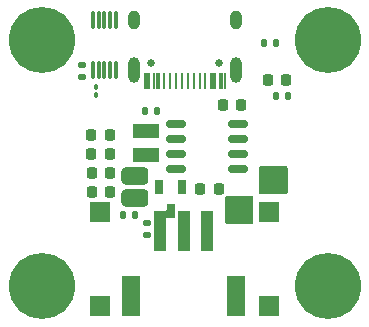
<source format=gts>
G04 #@! TF.GenerationSoftware,KiCad,Pcbnew,7.0.1-0*
G04 #@! TF.CreationDate,2023-11-28T20:23:29+01:00*
G04 #@! TF.ProjectId,Smart_Lamps,536d6172-745f-44c6-916d-70732e6b6963,rev?*
G04 #@! TF.SameCoordinates,Original*
G04 #@! TF.FileFunction,Soldermask,Top*
G04 #@! TF.FilePolarity,Negative*
%FSLAX46Y46*%
G04 Gerber Fmt 4.6, Leading zero omitted, Abs format (unit mm)*
G04 Created by KiCad (PCBNEW 7.0.1-0) date 2023-11-28 20:23:29*
%MOMM*%
%LPD*%
G01*
G04 APERTURE LIST*
G04 Aperture macros list*
%AMRoundRect*
0 Rectangle with rounded corners*
0 $1 Rounding radius*
0 $2 $3 $4 $5 $6 $7 $8 $9 X,Y pos of 4 corners*
0 Add a 4 corners polygon primitive as box body*
4,1,4,$2,$3,$4,$5,$6,$7,$8,$9,$2,$3,0*
0 Add four circle primitives for the rounded corners*
1,1,$1+$1,$2,$3*
1,1,$1+$1,$4,$5*
1,1,$1+$1,$6,$7*
1,1,$1+$1,$8,$9*
0 Add four rect primitives between the rounded corners*
20,1,$1+$1,$2,$3,$4,$5,0*
20,1,$1+$1,$4,$5,$6,$7,0*
20,1,$1+$1,$6,$7,$8,$9,0*
20,1,$1+$1,$8,$9,$2,$3,0*%
G04 Aperture macros list end*
%ADD10O,0.280000X1.620000*%
%ADD11RoundRect,0.150000X0.675000X0.150000X-0.675000X0.150000X-0.675000X-0.150000X0.675000X-0.150000X0*%
%ADD12RoundRect,0.225000X-0.225000X-0.250000X0.225000X-0.250000X0.225000X0.250000X-0.225000X0.250000X0*%
%ADD13RoundRect,0.135000X-0.135000X-0.185000X0.135000X-0.185000X0.135000X0.185000X-0.135000X0.185000X0*%
%ADD14R,0.700000X1.250000*%
%ADD15R,1.800000X1.800000*%
%ADD16RoundRect,0.225000X0.225000X0.250000X-0.225000X0.250000X-0.225000X-0.250000X0.225000X-0.250000X0*%
%ADD17RoundRect,0.135000X0.185000X-0.135000X0.185000X0.135000X-0.185000X0.135000X-0.185000X-0.135000X0*%
%ADD18RoundRect,0.100000X0.100000X-0.130000X0.100000X0.130000X-0.100000X0.130000X-0.100000X-0.130000X0*%
%ADD19RoundRect,0.135000X0.135000X0.185000X-0.135000X0.185000X-0.135000X-0.185000X0.135000X-0.185000X0*%
%ADD20RoundRect,0.135000X-0.185000X0.135000X-0.185000X-0.135000X0.185000X-0.135000X0.185000X0.135000X0*%
%ADD21R,2.200000X1.200000*%
%ADD22C,3.600000*%
%ADD23C,5.600000*%
%ADD24RoundRect,0.381000X-0.762000X-0.381000X0.762000X-0.381000X0.762000X0.381000X-0.762000X0.381000X0*%
%ADD25C,0.670000*%
%ADD26R,0.250000X1.450000*%
%ADD27R,0.300000X1.450000*%
%ADD28RoundRect,0.500000X0.000000X0.600000X0.000000X0.600000X0.000000X-0.600000X0.000000X-0.600000X0*%
%ADD29RoundRect,0.500000X0.000000X0.300000X0.000000X0.300000X0.000000X-0.300000X0.000000X-0.300000X0*%
%ADD30R,1.500000X3.400000*%
%ADD31R,1.000000X3.500000*%
G04 APERTURE END LIST*
D10*
X132400000Y-102390000D03*
X131900000Y-102390000D03*
X131400000Y-102390000D03*
X130900000Y-102390000D03*
X130400000Y-102390000D03*
X130400000Y-106610000D03*
X130900000Y-106610000D03*
X131400000Y-106610000D03*
X131900000Y-106610000D03*
X132400000Y-106610000D03*
D11*
X142725000Y-115005000D03*
X142725000Y-113735000D03*
X142725000Y-112465000D03*
X142725000Y-111195000D03*
X137475000Y-111195000D03*
X137475000Y-112465000D03*
X137475000Y-113735000D03*
X137475000Y-115005000D03*
D12*
X130300000Y-113700000D03*
X131850000Y-113700000D03*
D13*
X145900000Y-108800000D03*
X146920000Y-108800000D03*
D14*
X137950000Y-116500000D03*
X136050000Y-116500000D03*
X137000000Y-118500000D03*
D15*
X145300000Y-126600000D03*
X145300000Y-118600000D03*
D16*
X141075000Y-116700000D03*
X139525000Y-116700000D03*
D17*
X129500000Y-107210000D03*
X129500000Y-106190000D03*
D18*
X130700000Y-108720000D03*
X130700000Y-108080000D03*
D19*
X145900000Y-104300000D03*
X144880000Y-104300000D03*
D20*
X135000000Y-119590000D03*
X135000000Y-120610000D03*
D21*
X134900000Y-113830000D03*
X134900000Y-111770000D03*
D22*
X150300000Y-124900000D03*
D23*
X150300000Y-124900000D03*
D22*
X126100000Y-124900000D03*
D23*
X126100000Y-124900000D03*
D22*
X126100000Y-104100000D03*
D23*
X126100000Y-104100000D03*
D19*
X134010000Y-118900000D03*
X132990000Y-118900000D03*
D24*
X134000000Y-115600000D03*
X134000000Y-117400000D03*
D16*
X142975000Y-109600000D03*
X141425000Y-109600000D03*
D15*
X131000000Y-118600000D03*
X131000000Y-126600000D03*
D12*
X130300000Y-112100000D03*
X131850000Y-112100000D03*
X145250000Y-107450000D03*
X146800000Y-107450000D03*
D19*
X135810000Y-110100000D03*
X134790000Y-110100000D03*
D25*
X141100000Y-106050000D03*
X135300000Y-106050000D03*
D26*
X141575000Y-107500000D03*
X140775000Y-107500000D03*
X139450000Y-107500000D03*
X138450000Y-107500000D03*
X137950000Y-107500000D03*
X136950000Y-107500000D03*
X135625000Y-107500000D03*
X134825000Y-107500000D03*
D27*
X135100000Y-107500000D03*
X135900000Y-107500000D03*
D26*
X136450000Y-107500000D03*
X137450000Y-107500000D03*
X138950000Y-107500000D03*
X139950000Y-107500000D03*
D27*
X140500000Y-107500000D03*
X141300000Y-107500000D03*
D28*
X142520000Y-106580000D03*
D29*
X142520000Y-102400000D03*
D28*
X133880000Y-106580000D03*
D29*
X133880000Y-102400000D03*
D22*
X150300000Y-104100000D03*
D23*
X150300000Y-104100000D03*
D12*
X130325000Y-115300000D03*
X131875000Y-115300000D03*
D30*
X142530000Y-125770000D03*
X133670000Y-125770000D03*
D31*
X136100000Y-120230000D03*
X138100000Y-120230000D03*
X140100000Y-120230000D03*
D12*
X130350000Y-116900000D03*
X131900000Y-116900000D03*
G36*
X146838000Y-114766613D02*
G01*
X146883387Y-114812000D01*
X146900000Y-114874000D01*
X146900000Y-116976000D01*
X146883387Y-117038000D01*
X146838000Y-117083387D01*
X146776000Y-117100000D01*
X144624000Y-117100000D01*
X144562000Y-117083387D01*
X144516613Y-117038000D01*
X144500000Y-116976000D01*
X144500000Y-114874000D01*
X144516613Y-114812000D01*
X144562000Y-114766613D01*
X144624000Y-114750000D01*
X146776000Y-114750000D01*
X146838000Y-114766613D01*
G37*
G36*
X143938000Y-117266613D02*
G01*
X143983387Y-117312000D01*
X144000000Y-117374000D01*
X144000000Y-119476000D01*
X143983387Y-119538000D01*
X143938000Y-119583387D01*
X143876000Y-119600000D01*
X141724000Y-119600000D01*
X141662000Y-119583387D01*
X141616613Y-119538000D01*
X141600000Y-119476000D01*
X141600000Y-117374000D01*
X141616613Y-117312000D01*
X141662000Y-117266613D01*
X141724000Y-117250000D01*
X143876000Y-117250000D01*
X143938000Y-117266613D01*
G37*
G36*
X143988830Y-117243152D02*
G01*
X144000804Y-117248112D01*
X144001887Y-117249195D01*
X144006848Y-117261170D01*
X144007000Y-117261935D01*
X144007000Y-119588065D01*
X144006848Y-119588831D01*
X144001887Y-119600805D01*
X144000805Y-119601887D01*
X143988831Y-119606848D01*
X143988065Y-119607000D01*
X141611935Y-119607000D01*
X141611170Y-119606848D01*
X141599195Y-119601887D01*
X141598112Y-119600804D01*
X141593152Y-119588830D01*
X141593000Y-119588065D01*
X141593000Y-117261935D01*
X141593152Y-117261170D01*
X141596950Y-117252000D01*
X141602000Y-117252000D01*
X141602000Y-119598000D01*
X143998000Y-119598000D01*
X143998000Y-117252000D01*
X141602000Y-117252000D01*
X141596950Y-117252000D01*
X141598112Y-117249195D01*
X141599195Y-117248112D01*
X141611170Y-117243152D01*
X141611935Y-117243000D01*
X143988065Y-117243000D01*
X143988830Y-117243152D01*
G37*
G36*
X136651414Y-118443439D02*
G01*
X136652000Y-118444853D01*
X136652000Y-119124999D01*
X136651414Y-119126413D01*
X136650000Y-119126999D01*
X136635974Y-119126999D01*
X136601414Y-119161559D01*
X136600000Y-119162145D01*
X136598586Y-119161559D01*
X136598000Y-119160145D01*
X136598000Y-118480000D01*
X136598586Y-118478586D01*
X136600000Y-118478000D01*
X136614025Y-118478000D01*
X136648586Y-118443439D01*
X136650000Y-118442853D01*
X136651414Y-118443439D01*
G37*
G36*
X146888830Y-114743152D02*
G01*
X146900804Y-114748112D01*
X146901887Y-114749195D01*
X146906848Y-114761170D01*
X146907000Y-114761935D01*
X146907000Y-117088065D01*
X146906848Y-117088831D01*
X146901887Y-117100805D01*
X146900805Y-117101887D01*
X146888831Y-117106848D01*
X146888065Y-117107000D01*
X144511935Y-117107000D01*
X144511170Y-117106848D01*
X144499195Y-117101887D01*
X144498112Y-117100804D01*
X144493152Y-117088830D01*
X144493000Y-117088065D01*
X144493000Y-114761935D01*
X144493152Y-114761170D01*
X144496950Y-114752000D01*
X144502000Y-114752000D01*
X144502000Y-117098000D01*
X146898000Y-117098000D01*
X146898000Y-114752000D01*
X144502000Y-114752000D01*
X144496950Y-114752000D01*
X144498112Y-114749195D01*
X144499195Y-114748112D01*
X144511170Y-114743152D01*
X144511935Y-114743000D01*
X146888065Y-114743000D01*
X146888830Y-114743152D01*
G37*
M02*

</source>
